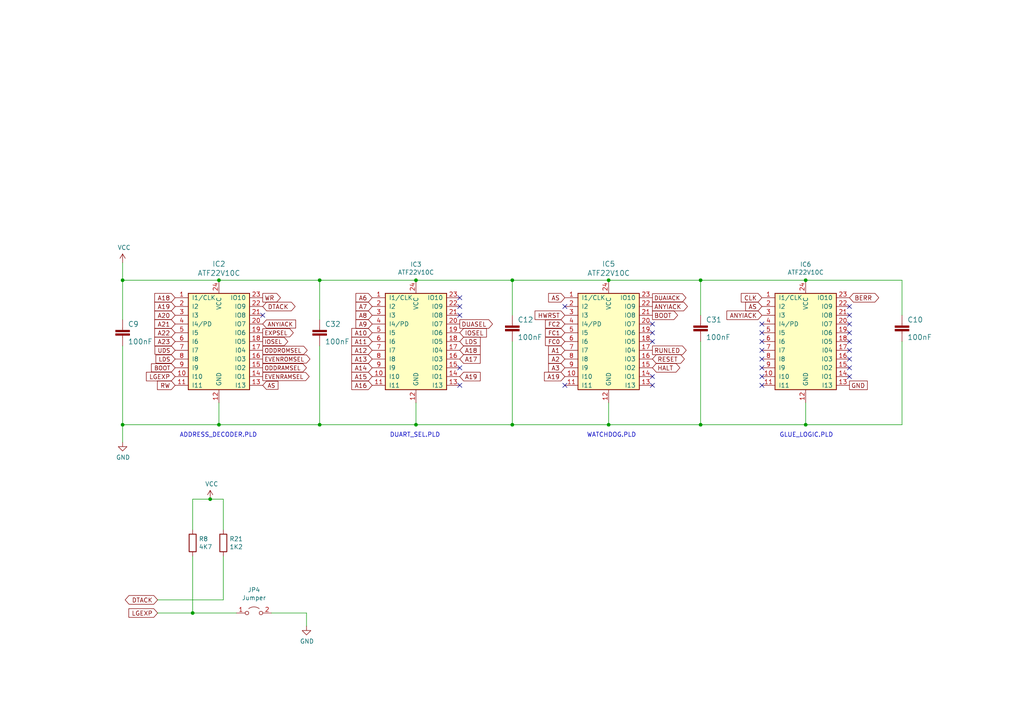
<source format=kicad_sch>
(kicad_sch (version 20211123) (generator eeschema)
  (paper "A4")
  (title_block (title "ROSCO_M68K GENERAL PURPOSE MC68010 COMPUTER") (date "2022-01-14") (rev "2.12") (company "The Really Old-School Company Limited") (comment 1 "OSHWA UK000006 (https://certification.oshwa.org/uk000006.html)") (comment 2 "See https://github.com/roscopeco/rosco_m68k/blob/master/LICENCE.hardware.txt") (comment 3 "Open Source Hardware licenced under CERN Open Hardware Licence") (comment 4 "Copyright 2019-2022 Ross Bamford and Contributors"))
  (lib_symbols
    (symbol "Device:R" (pin_numbers hide) (pin_names (offset 0))
      (property "Reference" "R" (at 2.032 0 90))
      (property "Value" "R" (at 0 0 90))
      (symbol "R_0_1"
        (rectangle (start -1.016 -2.54) (end 1.016 2.54) (stroke (width 0.254)))
      )
      (symbol "R_1_1"
        (pin passive line (at 0 3.81 270) (length 1.27) (name "~") (number "1"))
        (pin passive line (at 0 -3.81 90) (length 1.27) (name "~") (number "2"))
      )
    )
    (symbol "Jumper:Jumper_2_Open" (pin_names (offset 0) hide)
      (property "Reference" "JP" (at 0 2.794 0))
      (property "Value" "Jumper_2_Open" (at 0 -2.286 0))
      (symbol "Jumper_2_Open_0_0"
        (circle (center -2.032 0) (radius 0.508))
        (circle (center 2.032 0) (radius 0.508))
      )
      (symbol "Jumper_2_Open_0_1"
        (arc (start 1.524 1.27) (mid 0 1.778) (end -1.524 1.27))
      )
      (symbol "Jumper_2_Open_1_1"
        (pin passive line (at -5.08 0 0) (length 2.54) (name "A") (number "1"))
        (pin passive line (at 5.08 0 180) (length 2.54) (name "B") (number "2"))
      )
    )
    (symbol "power:GND" (power) (pin_names (offset 0))
      (property "Value" "GND" (at 0 -3.81 0))
      (symbol "GND_0_1"
        (polyline (pts (xy 0 0) (xy 0 -1.27) (xy 1.27 -1.27) (xy 0 -2.54) (xy -1.27 -1.27) (xy 0 -1.27)))
      )
      (symbol "GND_1_1"
        (pin power_in line (at 0 0 270) (length 0) hide (name "GND") (number "1"))
      )
    )
    (symbol "power:VCC" (power) (pin_names (offset 0))
      (property "Value" "VCC" (at 0 3.81 0))
      (symbol "VCC_0_1"
        (polyline (pts (xy -0.762 1.27) (xy 0 2.54)))
        (polyline (pts (xy 0 0) (xy 0 2.54)))
        (polyline (pts (xy 0 2.54) (xy 0.762 1.27)))
      )
      (symbol "VCC_1_1"
        (pin power_in line (at 0 0 90) (length 0) hide (name "VCC") (number "1"))
      )
    )
    (symbol "rosco_m68k-eagle-import:C2,5-3" (pin_names (offset 1.016))
      (property "Reference" "C" (at 1.524 0.381 0))
      (property "Value" "C2,5-3" (at 1.524 -4.699 0))
      (symbol "C2,5-3_1_0"
        (rectangle (start -2.032 -2.032) (end 2.032 -1.524) (fill (type outline)))
        (rectangle (start -2.032 -1.016) (end 2.032 -0.508) (fill (type outline)))
        (polyline (pts (xy 0 -2.54) (xy 0 -2.032)))
        (polyline (pts (xy 0 0) (xy 0 -0.508)))
        (pin passive line (at 0 2.54 270) (length 2.54) (name "1") (number "1"))
        (pin passive line (at 0 -5.08 90) (length 2.54) (name "2") (number "2"))
      )
    )
    (symbol "rosco_m68k-rescue:GAL22V10" (pin_names (offset 1.016))
      (property "Reference" "IC" (at -8.89 16.51 0))
      (property "Value" "GAL22V10" (at 1.27 16.51 0))
      (symbol "GAL22V10_0_0"
        (pin power_in line (at 0 -17.78 90) (length 3.81) (name "GND") (number "12"))
        (pin power_in line (at 0 17.78 270) (length 3.81) (name "VCC") (number "24"))
      )
      (symbol "GAL22V10_0_1"
        (rectangle (start -8.89 13.97) (end 8.89 -13.97) (stroke (width 0.254)) (fill (type background)))
      )
      (symbol "GAL22V10_1_1"
        (pin input line (at -12.7 12.7 0) (length 3.81) (name "I1/CLK") (number "1"))
        (pin input line (at -12.7 -10.16 0) (length 3.81) (name "I10") (number "10"))
        (pin input line (at -12.7 -12.7 0) (length 3.81) (name "I11") (number "11"))
        (pin input line (at 12.7 -12.7 180) (length 3.81) (name "I13") (number "13"))
        (pin bidirectional line (at 12.7 -10.16 180) (length 3.81) (name "IO1") (number "14"))
        (pin bidirectional line (at 12.7 -7.62 180) (length 3.81) (name "IO2") (number "15"))
        (pin bidirectional line (at 12.7 -5.08 180) (length 3.81) (name "IO3") (number "16"))
        (pin bidirectional line (at 12.7 -2.54 180) (length 3.81) (name "I04") (number "17"))
        (pin bidirectional line (at 12.7 0 180) (length 3.81) (name "IO5") (number "18"))
        (pin bidirectional line (at 12.7 2.54 180) (length 3.81) (name "IO6") (number "19"))
        (pin input line (at -12.7 10.16 0) (length 3.81) (name "I2") (number "2"))
        (pin bidirectional line (at 12.7 5.08 180) (length 3.81) (name "IO7") (number "20"))
        (pin bidirectional line (at 12.7 7.62 180) (length 3.81) (name "IO8") (number "21"))
        (pin bidirectional line (at 12.7 10.16 180) (length 3.81) (name "IO9") (number "22"))
        (pin bidirectional line (at 12.7 12.7 180) (length 3.81) (name "IO10") (number "23"))
        (pin input line (at -12.7 7.62 0) (length 3.81) (name "I3") (number "3"))
        (pin input line (at -12.7 5.08 0) (length 3.81) (name "I4/PD") (number "4"))
        (pin input line (at -12.7 2.54 0) (length 3.81) (name "I5") (number "5"))
        (pin input line (at -12.7 0 0) (length 3.81) (name "I6") (number "6"))
        (pin input line (at -12.7 -2.54 0) (length 3.81) (name "I7") (number "7"))
        (pin input line (at -12.7 -5.08 0) (length 3.81) (name "I8") (number "8"))
        (pin input line (at -12.7 -7.62 0) (length 3.81) (name "I9") (number "9"))
      )
    )
  )
  (junction (at 92.71 123.19))
  (junction (at 233.68 81.28))
  (junction (at 176.53 123.19))
  (junction (at 148.59 81.28))
  (junction (at 63.5 123.19))
  (junction (at 120.65 123.19))
  (junction (at 63.5 81.28))
  (junction (at 203.2 123.19))
  (junction (at 148.59 123.19))
  (junction (at 176.53 81.28))
  (junction (at 233.68 123.19))
  (junction (at 35.56 81.28))
  (junction (at 92.71 81.28))
  (junction (at 120.65 81.28))
  (junction (at 35.56 123.19))
  (junction (at 203.2 81.28))
  (junction (at 60.96 144.78))
  (junction (at 55.88 177.8))
  (no_connect (at 133.35 88.9))
  (no_connect (at 220.98 93.98))
  (no_connect (at 133.35 91.44))
  (no_connect (at 133.35 106.68))
  (no_connect (at 133.35 86.36))
  (no_connect (at 246.38 99.06))
  (no_connect (at 246.38 93.98))
  (no_connect (at 220.98 111.76))
  (no_connect (at 220.98 101.6))
  (no_connect (at 246.38 91.44))
  (no_connect (at 189.23 111.76))
  (no_connect (at 246.38 109.22))
  (no_connect (at 220.98 99.06))
  (no_connect (at 76.2 91.44))
  (no_connect (at 133.35 111.76))
  (no_connect (at 246.38 88.9))
  (no_connect (at 246.38 96.52))
  (no_connect (at 189.23 96.52))
  (no_connect (at 220.98 96.52))
  (no_connect (at 163.83 111.76))
  (no_connect (at 246.38 106.68))
  (no_connect (at 246.38 104.14))
  (no_connect (at 246.38 101.6))
  (no_connect (at 189.23 109.22))
  (no_connect (at 220.98 109.22))
  (no_connect (at 220.98 104.14))
  (no_connect (at 189.23 93.98))
  (no_connect (at 220.98 106.68))
  (no_connect (at 189.23 99.06))
  (no_connect (at 163.83 88.9))
  (wire (pts (xy 148.59 99.06) (xy 148.59 123.19)))
  (wire (pts (xy 63.5 123.19) (xy 92.71 123.19)))
  (wire (pts (xy 64.77 161.29) (xy 64.77 173.99)))
  (wire (pts (xy 88.9 177.8) (xy 88.9 181.61)))
  (wire (pts (xy 233.68 116.84) (xy 233.68 123.19)))
  (wire (pts (xy 233.68 123.19) (xy 261.62 123.19)))
  (wire (pts (xy 45.72 173.99) (xy 64.77 173.99)))
  (wire (pts (xy 92.71 81.28) (xy 63.5 81.28)))
  (wire (pts (xy 35.56 81.28) (xy 63.5 81.28)))
  (wire (pts (xy 261.62 81.28) (xy 261.62 91.44)))
  (wire (pts (xy 78.74 177.8) (xy 88.9 177.8)))
  (wire (pts (xy 120.65 123.19) (xy 120.65 116.84)))
  (wire (pts (xy 92.71 92.71) (xy 92.71 81.28)))
  (wire (pts (xy 63.5 116.84) (xy 63.5 123.19)))
  (wire (pts (xy 35.56 123.19) (xy 63.5 123.19)))
  (wire (pts (xy 55.88 153.67) (xy 55.88 144.78)))
  (wire (pts (xy 148.59 123.19) (xy 176.53 123.19)))
  (wire (pts (xy 35.56 123.19) (xy 35.56 128.27)))
  (wire (pts (xy 203.2 123.19) (xy 233.68 123.19)))
  (wire (pts (xy 176.53 116.84) (xy 176.53 123.19)))
  (wire (pts (xy 55.88 177.8) (xy 68.58 177.8)))
  (wire (pts (xy 64.77 144.78) (xy 64.77 153.67)))
  (wire (pts (xy 92.71 81.28) (xy 120.65 81.28)))
  (wire (pts (xy 92.71 123.19) (xy 120.65 123.19)))
  (wire (pts (xy 203.2 81.28) (xy 233.68 81.28)))
  (wire (pts (xy 45.72 177.8) (xy 55.88 177.8)))
  (wire (pts (xy 55.88 144.78) (xy 60.96 144.78)))
  (wire (pts (xy 148.59 81.28) (xy 176.53 81.28)))
  (wire (pts (xy 203.2 99.06) (xy 203.2 123.19)))
  (wire (pts (xy 60.96 144.78) (xy 64.77 144.78)))
  (wire (pts (xy 148.59 123.19) (xy 120.65 123.19)))
  (wire (pts (xy 35.56 100.33) (xy 35.56 123.19)))
  (wire (pts (xy 55.88 161.29) (xy 55.88 177.8)))
  (wire (pts (xy 176.53 123.19) (xy 203.2 123.19)))
  (wire (pts (xy 92.71 100.33) (xy 92.71 123.19)))
  (wire (pts (xy 35.56 92.71) (xy 35.56 81.28)))
  (wire (pts (xy 148.59 81.28) (xy 120.65 81.28)))
  (wire (pts (xy 261.62 99.06) (xy 261.62 123.19)))
  (wire (pts (xy 203.2 81.28) (xy 203.2 91.44)))
  (wire (pts (xy 35.56 76.2) (xy 35.56 81.28)))
  (wire (pts (xy 148.59 81.28) (xy 148.59 91.44)))
  (wire (pts (xy 176.53 81.28) (xy 203.2 81.28)))
  (wire (pts (xy 233.68 81.28) (xy 261.62 81.28)))
  (text "GLUE_LOGIC.PLD" (at 226.06 127 0) (effects (font (size 1.27 1.27)) (justify left bottom)))
  (text "ADDRESS_DECODER.PLD" (at 52.07 127 0) (effects (font (size 1.27 1.27)) (justify left bottom)))
  (text "DUART_SEL.PLD" (at 113.03 127 0) (effects (font (size 1.27 1.27)) (justify left bottom)))
  (text "WATCHDOG.PLD" (at 170.18 127 0) (effects (font (size 1.27 1.27)) (justify left bottom)))
  (global_label "A8" (shape input) (at 107.95 91.44 180) (property "Intersheet References" "${INTERSHEET_REFS}" (effects hide)))
  (global_label "A3" (shape input) (at 163.83 106.68 180) (property "Intersheet References" "${INTERSHEET_REFS}" (effects hide)))
  (global_label "LDS" (shape input) (at 50.8 104.14 180) (effects (font (size 1.1938 1.1938))) (property "Intersheet References" "${INTERSHEET_REFS}" (effects hide)))
  (global_label "A22" (shape input) (at 50.8 96.52 180) (property "Intersheet References" "${INTERSHEET_REFS}" (effects hide)))
  (global_label "IOSEL" (shape input) (at 133.35 96.52 0) (property "Intersheet References" "${INTERSHEET_REFS}" (effects hide)))
  (global_label "ANYIACK" (shape input) (at 220.98 91.44 180) (property "Intersheet References" "${INTERSHEET_REFS}" (effects hide)))
  (global_label "DUASEL" (shape output) (at 133.35 93.98 0) (property "Intersheet References" "${INTERSHEET_REFS}" (effects hide)))
  (global_label "WR" (shape output) (at 76.2 86.36 0) (property "Intersheet References" "${INTERSHEET_REFS}" (effects hide)))
  (global_label "IOSEL" (shape output) (at 76.2 99.06 0) (effects (font (size 1.1938 1.1938))) (property "Intersheet References" "${INTERSHEET_REFS}" (effects hide)))
  (global_label "EXPSEL" (shape output) (at 76.2 96.52 0) (effects (font (size 1.1938 1.1938))) (property "Intersheet References" "${INTERSHEET_REFS}" (effects hide)))
  (global_label "A14" (shape input) (at 107.95 106.68 180) (property "Intersheet References" "${INTERSHEET_REFS}" (effects hide)))
  (global_label "A16" (shape input) (at 107.95 111.76 180) (property "Intersheet References" "${INTERSHEET_REFS}" (effects hide)))
  (global_label "ODDROMSEL" (shape output) (at 76.2 101.6 0) (effects (font (size 1.1938 1.1938))) (property "Intersheet References" "${INTERSHEET_REFS}" (effects hide)))
  (global_label "A11" (shape input) (at 107.95 99.06 180) (property "Intersheet References" "${INTERSHEET_REFS}" (effects hide)))
  (global_label "DTACK" (shape tri_state) (at 76.2 88.9 0) (property "Intersheet References" "${INTERSHEET_REFS}" (effects hide)))
  (global_label "A9" (shape input) (at 107.95 93.98 180) (property "Intersheet References" "${INTERSHEET_REFS}" (effects hide)))
  (global_label "DTACK" (shape bidirectional) (at 45.72 173.99 180) (property "Intersheet References" "${INTERSHEET_REFS}" (effects hide)))
  (global_label "AS" (shape input) (at 220.98 88.9 180) (property "Intersheet References" "${INTERSHEET_REFS}" (effects hide)))
  (global_label "CLK" (shape input) (at 220.98 86.36 180) (property "Intersheet References" "${INTERSHEET_REFS}" (effects hide)))
  (global_label "FC1" (shape input) (at 163.83 96.52 180) (effects (font (size 1.1938 1.1938))) (property "Intersheet References" "${INTERSHEET_REFS}" (effects hide)))
  (global_label "A1" (shape input) (at 163.83 101.6 180) (property "Intersheet References" "${INTERSHEET_REFS}" (effects hide)))
  (global_label "LDS" (shape input) (at 133.35 99.06 0) (property "Intersheet References" "${INTERSHEET_REFS}" (effects hide)))
  (global_label "A19" (shape input) (at 163.83 109.22 180) (property "Intersheet References" "${INTERSHEET_REFS}" (effects hide)))
  (global_label "ANYIACK" (shape input) (at 76.2 93.98 0) (effects (font (size 1.1938 1.1938))) (property "Intersheet References" "${INTERSHEET_REFS}" (effects hide)))
  (global_label "A7" (shape input) (at 107.95 88.9 180) (property "Intersheet References" "${INTERSHEET_REFS}" (effects hide)))
  (global_label "A18" (shape input) (at 50.8 86.36 180) (property "Intersheet References" "${INTERSHEET_REFS}" (effects hide)))
  (global_label "ANYIACK" (shape output) (at 189.23 88.9 0) (property "Intersheet References" "${INTERSHEET_REFS}" (effects hide)))
  (global_label "RW" (shape input) (at 50.8 111.76 180) (property "Intersheet References" "${INTERSHEET_REFS}" (effects hide)))
  (global_label "HALT" (shape tri_state) (at 189.23 106.68 0) (property "Intersheet References" "${INTERSHEET_REFS}" (effects hide)))
  (global_label "EVENROMSEL" (shape output) (at 76.2 104.14 0) (effects (font (size 1.1938 1.1938))) (property "Intersheet References" "${INTERSHEET_REFS}" (effects hide)))
  (global_label "BOOT" (shape input) (at 50.8 106.68 180) (effects (font (size 1.1938 1.1938))) (property "Intersheet References" "${INTERSHEET_REFS}" (effects hide)))
  (global_label "A15" (shape input) (at 107.95 109.22 180) (property "Intersheet References" "${INTERSHEET_REFS}" (effects hide)))
  (global_label "A17" (shape input) (at 133.35 104.14 0) (property "Intersheet References" "${INTERSHEET_REFS}" (effects hide)))
  (global_label "DUAIACK" (shape output) (at 189.23 86.36 0) (effects (font (size 1.1938 1.1938))) (property "Intersheet References" "${INTERSHEET_REFS}" (effects hide)))
  (global_label "A6" (shape input) (at 107.95 86.36 180) (property "Intersheet References" "${INTERSHEET_REFS}" (effects hide)))
  (global_label "A10" (shape input) (at 107.95 96.52 180) (property "Intersheet References" "${INTERSHEET_REFS}" (effects hide)))
  (global_label "HWRST" (shape input) (at 163.83 91.44 180) (property "Intersheet References" "${INTERSHEET_REFS}" (effects hide)))
  (global_label "A23" (shape input) (at 50.8 99.06 180) (property "Intersheet References" "${INTERSHEET_REFS}" (effects hide)))
  (global_label "AS" (shape input) (at 163.83 86.36 180) (property "Intersheet References" "${INTERSHEET_REFS}" (effects hide)))
  (global_label "LGEXP" (shape input) (at 45.72 177.8 180) (property "Intersheet References" "${INTERSHEET_REFS}" (effects hide)))
  (global_label "RESET" (shape tri_state) (at 189.23 104.14 0) (property "Intersheet References" "${INTERSHEET_REFS}" (effects hide)))
  (global_label "ODDRAMSEL" (shape output) (at 76.2 106.68 0) (effects (font (size 1.1938 1.1938))) (property "Intersheet References" "${INTERSHEET_REFS}" (effects hide)))
  (global_label "LGEXP" (shape input) (at 50.8 109.22 180) (property "Intersheet References" "${INTERSHEET_REFS}" (effects hide)))
  (global_label "A20" (shape input) (at 50.8 91.44 180) (property "Intersheet References" "${INTERSHEET_REFS}" (effects hide)))
  (global_label "AS" (shape input) (at 76.2 111.76 0) (effects (font (size 1.1938 1.1938))) (property "Intersheet References" "${INTERSHEET_REFS}" (effects hide)))
  (global_label "BOOT" (shape output) (at 189.23 91.44 0) (property "Intersheet References" "${INTERSHEET_REFS}" (effects hide)))
  (global_label "A18" (shape input) (at 133.35 101.6 0) (property "Intersheet References" "${INTERSHEET_REFS}" (effects hide)))
  (global_label "UDS" (shape input) (at 50.8 101.6 180) (effects (font (size 1.1938 1.1938))) (property "Intersheet References" "${INTERSHEET_REFS}" (effects hide)))
  (global_label "FC2" (shape input) (at 163.83 93.98 180) (effects (font (size 1.1938 1.1938))) (property "Intersheet References" "${INTERSHEET_REFS}" (effects hide)))
  (global_label "RUNLED" (shape output) (at 189.23 101.6 0) (property "Intersheet References" "${INTERSHEET_REFS}" (effects hide)))
  (global_label "A19" (shape input) (at 133.35 109.22 0) (property "Intersheet References" "${INTERSHEET_REFS}" (effects hide)))
  (global_label "EVENRAMSEL" (shape output) (at 76.2 109.22 0) (effects (font (size 1.1938 1.1938))) (property "Intersheet References" "${INTERSHEET_REFS}" (effects hide)))
  (global_label "A13" (shape input) (at 107.95 104.14 180) (property "Intersheet References" "${INTERSHEET_REFS}" (effects hide)))
  (global_label "A19" (shape input) (at 50.8 88.9 180) (property "Intersheet References" "${INTERSHEET_REFS}" (effects hide)))
  (global_label "A2" (shape input) (at 163.83 104.14 180) (property "Intersheet References" "${INTERSHEET_REFS}" (effects hide)))
  (global_label "FC0" (shape input) (at 163.83 99.06 180) (effects (font (size 1.1938 1.1938))) (property "Intersheet References" "${INTERSHEET_REFS}" (effects hide)))
  (global_label "GND" (shape passive) (at 246.38 111.76 0) (property "Intersheet References" "${INTERSHEET_REFS}" (effects hide)))
  (global_label "BERR" (shape tri_state) (at 246.38 86.36 0) (property "Intersheet References" "${INTERSHEET_REFS}" (effects hide)))
  (global_label "A21" (shape input) (at 50.8 93.98 180) (property "Intersheet References" "${INTERSHEET_REFS}" (effects hide)))
  (global_label "A12" (shape input) (at 107.95 101.6 180) (property "Intersheet References" "${INTERSHEET_REFS}" (effects hide)))
  (symbol (lib_id "rosco_m68k-rescue:GAL22V10") (at 176.53 99.06 0) (unit 1)
    (property "Reference" "IC5" (at 176.53 76.5556 0) (effects (font (size 1.4986 1.4986))))
    (property "Value" "ATF22V10C" (at 176.53 79.2226 0) (effects (font (size 1.4986 1.4986))))
    (property "Footprint" "Package_DIP:DIP-24_W7.62mm_Socket_LongPads" (effects hide))
    (property "Datasheet" "https://www.mouser.com/datasheet/2/268/doc0735-1369018.pdf" (effects hide))
  )
  (symbol (lib_id "rosco_m68k-eagle-import:C2,5-3") (at 35.56 95.25 0) (unit 1)
    (property "Reference" "C9" (at 37.084 94.869 0) (effects (font (size 1.4986 1.4986)) (justify left bottom)))
    (property "Value" "100nF" (at 37.084 99.949 0) (effects (font (size 1.4986 1.4986)) (justify left bottom)))
    (property "Footprint" "rosco_m68k:C2.5-3" (effects hide))
  )
  (symbol (lib_id "power:VCC") (at 35.56 76.2 0) (unit 1)
    (property "Reference" "#PWR0113" (effects hide))
    (property "Value" "VCC" (at 35.9918 71.8058 0))
  )
  (symbol (lib_id "power:GND") (at 35.56 128.27 0) (unit 1)
    (property "Reference" "#PWR0115" (effects hide))
    (property "Value" "GND" (at 35.687 132.6642 0))
  )
  (symbol (lib_id "rosco_m68k-rescue:GAL22V10") (at 63.5 99.06 0) (unit 1)
    (property "Reference" "IC2" (at 63.5 76.5556 0) (effects (font (size 1.4986 1.4986))))
    (property "Value" "ATF22V10C" (at 63.5 79.2226 0) (effects (font (size 1.4986 1.4986))))
    (property "Footprint" "Package_DIP:DIP-24_W7.62mm_Socket_LongPads" (effects hide))
    (property "Datasheet" "https://www.mouser.com/datasheet/2/268/doc0735-1369018.pdf" (effects hide))
  )
  (symbol (lib_id "rosco_m68k-rescue:GAL22V10") (at 233.68 99.06 0) (unit 1)
    (property "Reference" "IC6" (at 233.68 76.6826 0))
    (property "Value" "ATF22V10C" (at 233.68 78.994 0))
    (property "Footprint" "Package_DIP:DIP-24_W7.62mm_Socket_LongPads" (effects hide))
    (property "Datasheet" "https://www.mouser.com/datasheet/2/268/doc0735-1369018.pdf" (effects hide))
  )
  (symbol (lib_id "rosco_m68k-eagle-import:C2,5-3") (at 148.59 93.98 0) (unit 1)
    (property "Reference" "C12" (at 150.114 93.599 0) (effects (font (size 1.4986 1.4986)) (justify left bottom)))
    (property "Value" "100nF" (at 150.114 98.679 0) (effects (font (size 1.4986 1.4986)) (justify left bottom)))
    (property "Footprint" "rosco_m68k:C2.5-3" (effects hide))
  )
  (symbol (lib_id "Device:R") (at 55.88 157.48 0) (unit 1)
    (property "Reference" "R8" (at 57.658 156.3116 0) (effects (justify left)))
    (property "Value" "4K7" (at 57.658 158.623 0) (effects (justify left)))
    (property "Footprint" "rosco_m68k:0207_10" (effects hide))
  )
  (symbol (lib_id "Device:R") (at 64.77 157.48 0) (unit 1)
    (property "Reference" "R21" (at 66.548 156.3116 0) (effects (justify left)))
    (property "Value" "1K2" (at 66.548 158.623 0) (effects (justify left)))
    (property "Footprint" "rosco_m68k:0207_10" (effects hide))
  )
  (symbol (lib_id "power:VCC") (at 60.96 144.78 0) (unit 1)
    (property "Reference" "#PWR0116" (effects hide))
    (property "Value" "VCC" (at 61.3918 140.3858 0))
  )
  (symbol (lib_id "rosco_m68k-eagle-import:C2,5-3") (at 261.62 93.98 0) (unit 1)
    (property "Reference" "C10" (at 263.144 93.599 0) (effects (font (size 1.4986 1.4986)) (justify left bottom)))
    (property "Value" "100nF" (at 263.144 98.679 0) (effects (font (size 1.4986 1.4986)) (justify left bottom)))
    (property "Footprint" "rosco_m68k:C2.5-3" (effects hide))
  )
  (symbol (lib_id "rosco_m68k-rescue:GAL22V10") (at 120.65 99.06 0) (unit 1)
    (property "Reference" "IC3" (at 120.65 76.6826 0))
    (property "Value" "ATF22V10C" (at 120.65 78.994 0))
    (property "Footprint" "Package_DIP:DIP-24_W7.62mm_Socket_LongPads" (effects hide))
    (property "Datasheet" "https://www.mouser.com/datasheet/2/268/doc0735-1369018.pdf" (effects hide))
  )
  (symbol (lib_id "rosco_m68k-eagle-import:C2,5-3") (at 203.2 93.98 0) (unit 1)
    (property "Reference" "C31" (at 204.724 93.599 0) (effects (font (size 1.4986 1.4986)) (justify left bottom)))
    (property "Value" "100nF" (at 204.724 98.679 0) (effects (font (size 1.4986 1.4986)) (justify left bottom)))
    (property "Footprint" "rosco_m68k:C2.5-3" (effects hide))
  )
  (symbol (lib_id "rosco_m68k-eagle-import:C2,5-3") (at 92.71 95.25 0) (unit 1)
    (property "Reference" "C32" (at 94.234 94.869 0) (effects (font (size 1.4986 1.4986)) (justify left bottom)))
    (property "Value" "100nF" (at 94.234 99.949 0) (effects (font (size 1.4986 1.4986)) (justify left bottom)))
    (property "Footprint" "rosco_m68k:C2.5-3" (effects hide))
  )
  (symbol (lib_id "Jumper:Jumper_2_Open") (at 73.66 177.8 0) (unit 1)
    (property "Reference" "JP4" (at 73.66 171.0944 0))
    (property "Value" "Jumper" (at 73.66 173.4058 0))
    (property "Footprint" "rosco_m68k:1X02" (effects hide))
  )
  (symbol (lib_id "power:GND") (at 88.9 181.61 0) (unit 1)
    (property "Reference" "#PWR05" (effects hide))
    (property "Value" "GND" (at 89.027 186.0042 0))
  )
)
</source>
